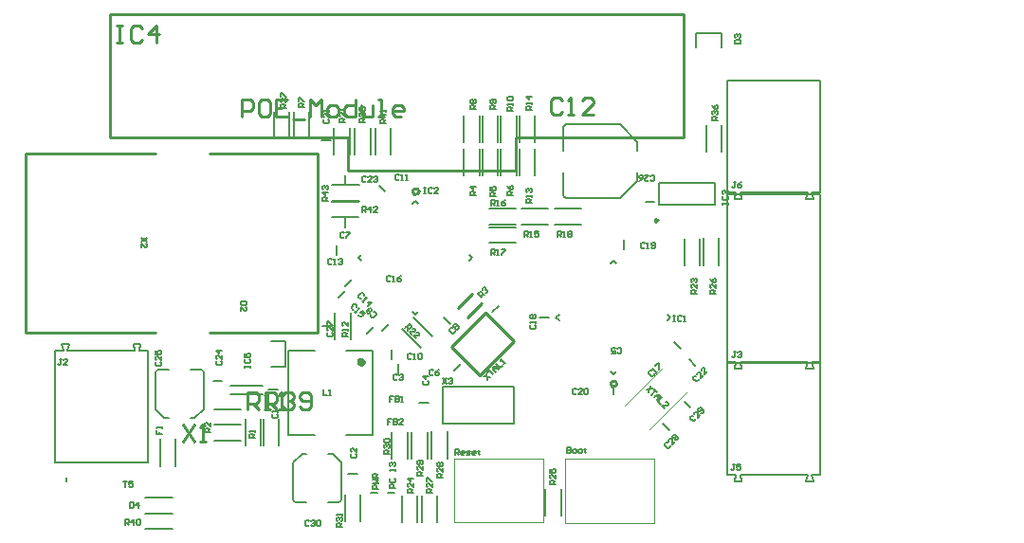
<source format=gto>
G04*
G04 #@! TF.GenerationSoftware,Altium Limited,Altium Designer,19.1.9 (167)*
G04*
G04 Layer_Color=65535*
%FSLAX25Y25*%
%MOIN*%
G70*
G01*
G75*
%ADD10C,0.00591*%
%ADD11C,0.01000*%
%ADD12C,0.00984*%
%ADD13C,0.01575*%
%ADD14C,0.00600*%
%ADD15C,0.00394*%
%ADD16C,0.00787*%
%ADD17C,0.00500*%
G36*
X335400Y99100D02*
D01*
D01*
D01*
D01*
D02*
G37*
D10*
X181931Y118989D02*
X182277Y118154D01*
X183113Y117808D01*
Y143792D02*
X182277Y143446D01*
X181931Y142611D01*
X87035Y12020D02*
X87324Y11324D01*
X88020Y11035D01*
X102980Y11035D02*
X103676Y11324D01*
X103965Y12020D01*
X55465Y56480D02*
X55176Y57176D01*
X54480Y57465D01*
X39520Y57465D02*
X38824Y57176D01*
X38535Y56480D01*
X183113Y117808D02*
X201813D01*
X181931Y119028D02*
Y126942D01*
X207916Y123910D02*
Y126942D01*
X201813Y117808D02*
X207916Y123910D01*
X201813Y143792D02*
X207916Y137690D01*
Y134658D02*
Y137690D01*
X181931Y134658D02*
Y142572D01*
X183113Y143792D02*
X201813D01*
X87035Y12020D02*
Y24815D01*
X88020Y11035D02*
X91642D01*
X90185Y27965D02*
X91642D01*
X87035Y24815D02*
X90185Y27965D01*
X100815Y27965D02*
X103965Y24815D01*
X99358Y27965D02*
X100815D01*
X99358Y11035D02*
X102980D01*
X103965Y12020D02*
Y24815D01*
X55465Y43685D02*
Y56480D01*
X50858Y57465D02*
X54480D01*
X50858Y40535D02*
X52315D01*
Y40535D02*
X55465Y43685D01*
X38535Y43685D02*
X41685Y40535D01*
Y40535D02*
X43142D01*
X39520Y57465D02*
X43142D01*
X38535Y43685D02*
Y56480D01*
D11*
X131118Y120334D02*
X130697Y121209D01*
X129751Y121424D01*
X128993Y120820D01*
Y119849D01*
X129751Y119245D01*
X130697Y119460D01*
X131118Y120334D01*
X200618Y52666D02*
X200197Y53540D01*
X199251Y53755D01*
X198493Y53151D01*
Y52180D01*
X199251Y51575D01*
X200197Y51791D01*
X200618Y52666D01*
X224350Y139289D02*
Y182596D01*
X165295Y139289D02*
X224350D01*
X165295Y127478D02*
Y139289D01*
X106240Y127478D02*
X165295D01*
X106240D02*
Y139289D01*
X22500D02*
X106240D01*
X22500D02*
Y151100D01*
Y182596D01*
X224350D01*
X-6953Y70504D02*
Y133496D01*
X-6996Y70504D02*
X38756D01*
X-6953Y133496D02*
X38756D01*
X95449Y70500D02*
Y133492D01*
X57653Y70504D02*
X95449D01*
X57653Y133496D02*
X95449D01*
X148165Y75824D02*
X153176Y80835D01*
X144824Y79165D02*
X149835Y84176D01*
X152597Y55629D02*
X164568Y67600D01*
X142575Y65651D02*
X152597Y55629D01*
X142575Y65651D02*
X154546Y77622D01*
X164568Y67600D01*
X69000Y146600D02*
Y152598D01*
X71999D01*
X72999Y151598D01*
Y149599D01*
X71999Y148599D01*
X69000D01*
X77997Y152598D02*
X75998D01*
X74998Y151598D01*
Y147600D01*
X75998Y146600D01*
X77997D01*
X78997Y147600D01*
Y151598D01*
X77997Y152598D01*
X84995D02*
X80996D01*
Y146600D01*
X84995D01*
X80996Y149599D02*
X82995D01*
X86994Y145600D02*
X90993D01*
X92992Y146600D02*
Y152598D01*
X94992Y150599D01*
X96991Y152598D01*
Y146600D01*
X99990D02*
X101989D01*
X102989Y147600D01*
Y149599D01*
X101989Y150599D01*
X99990D01*
X98990Y149599D01*
Y147600D01*
X99990Y146600D01*
X108987Y152598D02*
Y146600D01*
X105988D01*
X104988Y147600D01*
Y149599D01*
X105988Y150599D01*
X108987D01*
X110986D02*
Y147600D01*
X111986Y146600D01*
X114985D01*
Y150599D01*
X116984Y146600D02*
X118984D01*
X117984D01*
Y152598D01*
X116984D01*
X124982Y146600D02*
X122983D01*
X121983Y147600D01*
Y149599D01*
X122983Y150599D01*
X124982D01*
X125982Y149599D01*
Y148599D01*
X121983D01*
X24900Y178498D02*
X26899D01*
X25900D01*
Y172500D01*
X24900D01*
X26899D01*
X33897Y177498D02*
X32897Y178498D01*
X30898D01*
X29898Y177498D01*
Y173500D01*
X30898Y172500D01*
X32897D01*
X33897Y173500D01*
X38895Y172500D02*
Y178498D01*
X35896Y175499D01*
X39895D01*
X48100Y38298D02*
X52099Y32300D01*
Y38298D02*
X48100Y32300D01*
X54098D02*
X56097D01*
X55098D01*
Y38298D01*
X54098Y37298D01*
X77226Y43650D02*
Y49648D01*
X80225D01*
X81224Y48648D01*
Y46649D01*
X80225Y45649D01*
X77226D01*
X79225D02*
X81224Y43650D01*
X83224Y48648D02*
X84223Y49648D01*
X86223D01*
X87222Y48648D01*
Y47649D01*
X86223Y46649D01*
X85223D01*
X86223D01*
X87222Y45649D01*
Y44650D01*
X86223Y43650D01*
X84223D01*
X83224Y44650D01*
X89222D02*
X90221Y43650D01*
X92221D01*
X93220Y44650D01*
Y48648D01*
X92221Y49648D01*
X90221D01*
X89222Y48648D01*
Y47649D01*
X90221Y46649D01*
X93220D01*
X70800Y43700D02*
Y49698D01*
X73799D01*
X74799Y48698D01*
Y46699D01*
X73799Y45699D01*
X70800D01*
X72799D02*
X74799Y43700D01*
X76798D02*
X78797D01*
X77798D01*
Y49698D01*
X76798Y48698D01*
X81796Y43700D02*
X83796D01*
X82796D01*
Y49698D01*
X81796Y48698D01*
X181599Y152098D02*
X180599Y153098D01*
X178600D01*
X177600Y152098D01*
Y148100D01*
X178600Y147100D01*
X180599D01*
X181599Y148100D01*
X183598Y147100D02*
X185597D01*
X184598D01*
Y153098D01*
X183598Y152098D01*
X192595Y147100D02*
X188596D01*
X192595Y151099D01*
Y152098D01*
X191595Y153098D01*
X189596D01*
X188596Y152098D01*
D12*
X215146Y110148D02*
X214407Y110574D01*
Y109722D01*
X215146Y110148D01*
D13*
X111614Y60327D02*
X111070Y61076D01*
X110190Y60790D01*
Y59864D01*
X111070Y59578D01*
X111614Y60327D01*
D14*
X64902Y48925D02*
X76102D01*
X64902Y52075D02*
X76102D01*
X237500Y171000D02*
Y176000D01*
X228500Y171000D02*
Y176000D01*
X237500D01*
X79374Y58500D02*
X84374D01*
X79374Y67500D02*
X84374D01*
Y58500D02*
Y67500D01*
X70144Y30876D02*
Y40324D01*
X75656Y30876D02*
Y40324D01*
X82032Y30776D02*
Y40224D01*
X76520Y30776D02*
Y40224D01*
X130000Y117082D02*
X131061Y116021D01*
X149021Y95939D02*
X150082Y97000D01*
X128939Y77979D02*
X130000Y76918D01*
X109918Y97000D02*
X110979Y95939D01*
X130000Y76918D02*
X131061Y77979D01*
X149021Y98061D02*
X150082Y97000D01*
X128939Y116021D02*
X130000Y117082D01*
X109918Y97000D02*
X110979Y98061D01*
X117124Y122351D02*
X119351Y120124D01*
X35076Y12456D02*
X44524D01*
X35076Y6944D02*
X44524D01*
X198439Y56979D02*
X199500Y55918D01*
X179418Y76000D02*
X180479Y77061D01*
X199500Y96082D02*
X200561Y95021D01*
X218521Y77061D02*
X219582Y76000D01*
X198439Y95021D02*
X199500Y96082D01*
X179418Y76000D02*
X180479Y74939D01*
X199500Y55918D02*
X200561Y56979D01*
X218521Y74939D02*
X219582Y76000D01*
X100676Y116944D02*
X110124D01*
X100676Y122456D02*
X110124D01*
X100576Y116656D02*
X110024D01*
X100576Y111144D02*
X110024D01*
X115844Y133276D02*
Y142724D01*
X121356Y133276D02*
Y142724D01*
X35076Y6956D02*
X44524D01*
X35076Y1444D02*
X44524D01*
X108644Y133276D02*
Y142724D01*
X114156Y133276D02*
Y142724D01*
X80244Y138776D02*
Y148224D01*
X85756Y138776D02*
Y148224D01*
X232144Y134176D02*
Y143624D01*
X237656Y134176D02*
Y143624D01*
X105144Y4224D02*
Y13673D01*
X110656Y4224D02*
Y13673D01*
X127256Y26276D02*
Y35724D01*
X121744Y26276D02*
Y35724D01*
X134256Y26276D02*
Y35724D01*
X128744Y26276D02*
Y35724D01*
X141256Y26327D02*
Y35776D01*
X135744Y26327D02*
Y35776D01*
X132144Y3876D02*
Y13324D01*
X137656Y3876D02*
Y13324D01*
X236756Y94376D02*
Y103824D01*
X231244Y94376D02*
Y103824D01*
X181156Y6176D02*
Y15624D01*
X175644Y6176D02*
Y15624D01*
X130756Y3776D02*
Y13224D01*
X125244Y3776D02*
Y13224D01*
X224444Y94276D02*
Y103724D01*
X229956Y94276D02*
Y103724D01*
X125211Y71892D02*
X131892Y65211D01*
X129108Y75789D02*
X135789Y69108D01*
X106856Y133276D02*
Y142724D01*
X101344Y133276D02*
Y142724D01*
X178776Y114256D02*
X188224D01*
X178776Y108744D02*
X188224D01*
X155776Y107756D02*
X165224D01*
X155776Y102244D02*
X165224D01*
X155776Y114256D02*
X165224D01*
X155776Y108744D02*
X165224D01*
X167276D02*
X176724D01*
X167276Y114256D02*
X176724D01*
X172056Y137576D02*
Y147025D01*
X166544Y137576D02*
Y147025D01*
Y125976D02*
Y135425D01*
X172056Y125976D02*
Y135425D01*
X101744Y68276D02*
Y77724D01*
X107256Y68276D02*
Y77724D01*
X165556Y137476D02*
Y146925D01*
X160044Y137476D02*
Y146925D01*
X159056Y137476D02*
Y146925D01*
X153544Y137476D02*
Y146925D01*
X152556Y137576D02*
Y147025D01*
X147044Y137576D02*
Y147025D01*
X87244Y138776D02*
Y148224D01*
X92756Y138776D02*
Y148224D01*
X165556Y125925D02*
Y135373D01*
X160044Y125925D02*
Y135373D01*
X159056Y125925D02*
Y135373D01*
X153544Y125925D02*
Y135373D01*
X152556Y125976D02*
Y135425D01*
X147044Y125976D02*
Y135425D01*
X59276Y38244D02*
X68724D01*
X59276Y43756D02*
X68724D01*
X59276Y32744D02*
X68724D01*
X59276Y38256D02*
X68724D01*
X45756Y23676D02*
Y33124D01*
X40244Y23676D02*
Y33124D01*
X224486Y46413D02*
X226713Y44186D01*
X216887Y38514D02*
X219114Y36287D01*
X97425Y73001D02*
X100575D01*
X210925Y116601D02*
X214075D01*
X58925Y53448D02*
X62075D01*
X105401Y122925D02*
Y126075D01*
X226186Y61313D02*
X228413Y59086D01*
X97025Y138101D02*
X100175D01*
X199748Y49025D02*
Y52175D01*
X203400Y100025D02*
Y103175D01*
X173725Y76049D02*
X176875D01*
X220986Y67113D02*
X223213Y64886D01*
X112886Y70387D02*
X115113Y72614D01*
X102887Y82886D02*
X105114Y85113D01*
X105387Y86886D02*
X107614Y89113D01*
X102101Y98025D02*
Y101175D01*
X121500Y61425D02*
Y64575D01*
X118386Y71387D02*
X120613Y73614D01*
X139987Y75814D02*
X142214Y73587D01*
X105300Y107625D02*
Y110775D01*
X143758Y57259D02*
X145985Y59486D01*
X157086Y77787D02*
X159313Y80014D01*
X131425Y46000D02*
X134575D01*
X124001Y56425D02*
Y59575D01*
X106425Y21001D02*
X109575D01*
X78425Y50499D02*
X81575D01*
D15*
X212183Y36598D02*
X225507Y49921D01*
X203698Y45083D02*
X217021Y58407D01*
X143441Y3763D02*
Y26401D01*
Y3763D02*
X174937D01*
Y26401D01*
X143441D02*
X174937D01*
X182541Y3740D02*
Y26378D01*
Y3740D02*
X214037D01*
Y26378D01*
X182541D02*
X214037D01*
D16*
X7689Y64185D02*
X31311D01*
X3161D02*
X6114D01*
X7689D02*
X8181Y66547D01*
X5622D02*
X6114Y64185D01*
X5622Y66547D02*
X8181D01*
X32886Y64185D02*
X35839D01*
X32886D02*
X33378Y66547D01*
X30819D02*
X31311Y64185D01*
X30819Y66547D02*
X33378D01*
X3161Y24815D02*
X35839D01*
X3161D02*
Y64185D01*
X35839Y24815D02*
Y64185D01*
X215657Y115463D02*
X235343D01*
X215657Y123337D02*
X235343D01*
X215657Y115463D02*
Y123337D01*
X235343Y115463D02*
Y123337D01*
X164500Y38500D02*
Y51500D01*
X139500D02*
X164500D01*
X139500Y38500D02*
X164500D01*
X139500D02*
Y51500D01*
X114319Y14405D02*
X116681D01*
X120319D02*
X122681D01*
X105512Y64264D02*
X114764D01*
X105512Y34736D02*
X114764D01*
X85236D02*
X94488D01*
X85236Y64264D02*
X94488D01*
X114764Y34736D02*
Y64264D01*
X85236Y34736D02*
Y64264D01*
X244189Y119815D02*
X267811D01*
X269386D02*
X272339D01*
X267319Y117453D02*
X267811Y119815D01*
X269386D02*
X269878Y117453D01*
X267319D02*
X269878D01*
X239661Y119815D02*
X242614D01*
X242122Y117453D02*
X242614Y119815D01*
X244189D02*
X244681Y117453D01*
X242122D02*
X244681D01*
X239661Y159185D02*
X272339D01*
Y119815D02*
Y159185D01*
X239661Y119815D02*
Y159185D01*
X244189Y20472D02*
X267811D01*
X269386D02*
X272339D01*
X267319Y18110D02*
X267811Y20472D01*
X269386D02*
X269878Y18110D01*
X267319D02*
X269878D01*
X239661Y20472D02*
X242614D01*
X242122Y18110D02*
X242614Y20472D01*
X244189D02*
X244681Y18110D01*
X242122D02*
X244681D01*
X239661Y59842D02*
X272339D01*
Y20472D02*
Y59842D01*
X239661Y20472D02*
Y59842D01*
X244189Y60287D02*
X267811D01*
X269386D02*
X272339D01*
X267319Y57925D02*
X267811Y60287D01*
X269386D02*
X269878Y57925D01*
X267319D02*
X269878D01*
X239661Y60287D02*
X242614D01*
X242122Y57925D02*
X242614Y60287D01*
X244189D02*
X244681Y57925D01*
X242122D02*
X244681D01*
X239661Y119343D02*
X272339D01*
Y60287D02*
Y119343D01*
X239661Y60287D02*
Y119343D01*
D17*
X7400Y18200D02*
Y19533D01*
X153300Y82900D02*
X151886Y84314D01*
X152593Y85021D01*
X153064D01*
X153536Y84549D01*
X153536Y84078D01*
X152829Y83371D01*
X153300Y83842D02*
X154243D01*
X153536Y85492D02*
X153536Y85963D01*
X154007Y86434D01*
X154478D01*
X154714Y86199D01*
Y85728D01*
X154478Y85492D01*
X154714Y85728D01*
X155185D01*
X155421Y85492D01*
Y85021D01*
X154949Y84549D01*
X154478D01*
X121533Y40199D02*
X120200D01*
Y39200D01*
X120867D01*
X120200D01*
Y38200D01*
X122199Y40199D02*
Y38200D01*
X123199D01*
X123532Y38533D01*
Y38866D01*
X123199Y39200D01*
X122199D01*
X123199D01*
X123532Y39533D01*
Y39866D01*
X123199Y40199D01*
X122199D01*
X125532Y38200D02*
X124199D01*
X125532Y39533D01*
Y39866D01*
X125198Y40199D01*
X124532D01*
X124199Y39866D01*
X122233Y48299D02*
X120900D01*
Y47300D01*
X121566D01*
X120900D01*
Y46300D01*
X122899Y48299D02*
Y46300D01*
X123899D01*
X124232Y46633D01*
Y46966D01*
X123899Y47300D01*
X122899D01*
X123899D01*
X124232Y47633D01*
Y47966D01*
X123899Y48299D01*
X122899D01*
X124899Y46300D02*
X125565D01*
X125232D01*
Y48299D01*
X124899Y47966D01*
X29600Y10799D02*
Y8800D01*
X30600D01*
X30933Y9133D01*
Y10466D01*
X30600Y10799D01*
X29600D01*
X32599Y8800D02*
Y10799D01*
X31599Y9800D01*
X32932D01*
X35699Y104000D02*
X33700Y102667D01*
X35699D02*
X33700Y104000D01*
Y100668D02*
Y102001D01*
X35033Y100668D01*
X35366D01*
X35699Y101001D01*
Y101667D01*
X35366Y102001D01*
X99400Y116874D02*
X97401D01*
Y117874D01*
X97734Y118207D01*
X98400D01*
X98734Y117874D01*
Y116874D01*
Y117541D02*
X99400Y118207D01*
Y119873D02*
X97401D01*
X98400Y118874D01*
Y120207D01*
X97734Y120873D02*
X97401Y121206D01*
Y121873D01*
X97734Y122206D01*
X98067D01*
X98400Y121873D01*
Y121540D01*
Y121873D01*
X98734Y122206D01*
X99067D01*
X99400Y121873D01*
Y121206D01*
X99067Y120873D01*
X111300Y112900D02*
Y114899D01*
X112300D01*
X112633Y114566D01*
Y113900D01*
X112300Y113567D01*
X111300D01*
X111967D02*
X112633Y112900D01*
X114299D02*
Y114899D01*
X113299Y113900D01*
X114632D01*
X116632Y112900D02*
X115299D01*
X116632Y114233D01*
Y114566D01*
X116298Y114899D01*
X115632D01*
X115299Y114566D01*
X119600Y144300D02*
X117601D01*
Y145300D01*
X117934Y145633D01*
X118600D01*
X118933Y145300D01*
Y144300D01*
Y144966D02*
X119600Y145633D01*
Y147299D02*
X117601D01*
X118600Y146299D01*
Y147632D01*
X119600Y148299D02*
Y148965D01*
Y148632D01*
X117601D01*
X117934Y148299D01*
X112400Y144500D02*
X110401D01*
Y145500D01*
X110734Y145833D01*
X111400D01*
X111733Y145500D01*
Y144500D01*
Y145167D02*
X112400Y145833D01*
X110734Y146499D02*
X110401Y146833D01*
Y147499D01*
X110734Y147832D01*
X111067D01*
X111400Y147499D01*
Y147166D01*
Y147499D01*
X111733Y147832D01*
X112067D01*
X112400Y147499D01*
Y146833D01*
X112067Y146499D01*
X110734Y148499D02*
X110401Y148832D01*
Y149498D01*
X110734Y149832D01*
X111067D01*
X111400Y149498D01*
X111733Y149832D01*
X112067D01*
X112400Y149498D01*
Y148832D01*
X112067Y148499D01*
X111733D01*
X111400Y148832D01*
X111067Y148499D01*
X110734D01*
X111400Y148832D02*
Y149498D01*
X112733Y125266D02*
X112400Y125599D01*
X111733D01*
X111400Y125266D01*
Y123933D01*
X111733Y123600D01*
X112400D01*
X112733Y123933D01*
X114732Y123600D02*
X113399D01*
X114732Y124933D01*
Y125266D01*
X114399Y125599D01*
X113733D01*
X113399Y125266D01*
X115399D02*
X115732Y125599D01*
X116398D01*
X116732Y125266D01*
Y124933D01*
X116398Y124600D01*
X116065D01*
X116398D01*
X116732Y124267D01*
Y123933D01*
X116398Y123600D01*
X115732D01*
X115399Y123933D01*
X98034Y145733D02*
X97701Y145400D01*
Y144733D01*
X98034Y144400D01*
X99367D01*
X99700Y144733D01*
Y145400D01*
X99367Y145733D01*
X99700Y147732D02*
Y146399D01*
X98367Y147732D01*
X98034D01*
X97701Y147399D01*
Y146733D01*
X98034Y146399D01*
X99700Y148399D02*
Y149065D01*
Y148732D01*
X97701D01*
X98034Y148399D01*
X104933Y105666D02*
X104600Y105999D01*
X103933D01*
X103600Y105666D01*
Y104333D01*
X103933Y104000D01*
X104600D01*
X104933Y104333D01*
X105599Y105999D02*
X106932D01*
Y105666D01*
X105599Y104333D01*
Y104000D01*
X27300Y18399D02*
X28633D01*
X27966D01*
Y16400D01*
X30632Y18399D02*
X29299D01*
Y17400D01*
X29966Y17733D01*
X30299D01*
X30632Y17400D01*
Y16733D01*
X30299Y16400D01*
X29633D01*
X29299Y16733D01*
X27800Y3000D02*
Y4999D01*
X28800D01*
X29133Y4666D01*
Y4000D01*
X28800Y3666D01*
X27800D01*
X28466D02*
X29133Y3000D01*
X30799D02*
Y4999D01*
X29799Y4000D01*
X31132D01*
X31799Y4666D02*
X32132Y4999D01*
X32798D01*
X33132Y4666D01*
Y3333D01*
X32798Y3000D01*
X32132D01*
X31799Y3333D01*
Y4666D01*
X220700Y76699D02*
X221366D01*
X221033D01*
Y74700D01*
X220700D01*
X221366D01*
X223699Y76366D02*
X223366Y76699D01*
X222699D01*
X222366Y76366D01*
Y75033D01*
X222699Y74700D01*
X223366D01*
X223699Y75033D01*
X224365Y74700D02*
X225032D01*
X224699D01*
Y76699D01*
X224365Y76366D01*
X143900Y27700D02*
Y29699D01*
X144900D01*
X145233Y29366D01*
Y28700D01*
X144900Y28366D01*
X143900D01*
X144567D02*
X145233Y27700D01*
X146899D02*
X146233D01*
X145899Y28033D01*
Y28700D01*
X146233Y29033D01*
X146899D01*
X147232Y28700D01*
Y28366D01*
X145899D01*
X147899Y27700D02*
X148898D01*
X149232Y28033D01*
X148898Y28366D01*
X148232D01*
X147899Y28700D01*
X148232Y29033D01*
X149232D01*
X150898Y27700D02*
X150231D01*
X149898Y28033D01*
Y28700D01*
X150231Y29033D01*
X150898D01*
X151231Y28700D01*
Y28366D01*
X149898D01*
X152231Y29366D02*
Y29033D01*
X151897D01*
X152564D01*
X152231D01*
Y28033D01*
X152564Y27700D01*
X183100Y30099D02*
Y28100D01*
X184100D01*
X184433Y28433D01*
Y28766D01*
X184100Y29100D01*
X183100D01*
X184100D01*
X184433Y29433D01*
Y29766D01*
X184100Y30099D01*
X183100D01*
X185433Y28100D02*
X186099D01*
X186432Y28433D01*
Y29100D01*
X186099Y29433D01*
X185433D01*
X185099Y29100D01*
Y28433D01*
X185433Y28100D01*
X187432D02*
X188098D01*
X188432Y28433D01*
Y29100D01*
X188098Y29433D01*
X187432D01*
X187099Y29100D01*
Y28433D01*
X187432Y28100D01*
X189431Y29766D02*
Y29433D01*
X189098D01*
X189764D01*
X189431D01*
Y28433D01*
X189764Y28100D01*
X242433Y63899D02*
X241766D01*
X242100D01*
Y62233D01*
X241766Y61900D01*
X241433D01*
X241100Y62233D01*
X243099Y63566D02*
X243433Y63899D01*
X244099D01*
X244432Y63566D01*
Y63233D01*
X244099Y62900D01*
X243766D01*
X244099D01*
X244432Y62566D01*
Y62233D01*
X244099Y61900D01*
X243433D01*
X243099Y62233D01*
X92633Y4366D02*
X92300Y4699D01*
X91633D01*
X91300Y4366D01*
Y3033D01*
X91633Y2700D01*
X92300D01*
X92633Y3033D01*
X93299Y4366D02*
X93633Y4699D01*
X94299D01*
X94632Y4366D01*
Y4033D01*
X94299Y3700D01*
X93966D01*
X94299D01*
X94632Y3366D01*
Y3033D01*
X94299Y2700D01*
X93633D01*
X93299Y3033D01*
X95299Y4366D02*
X95632Y4699D01*
X96298D01*
X96632Y4366D01*
Y3033D01*
X96298Y2700D01*
X95632D01*
X95299Y3033D01*
Y4366D01*
X107734Y27933D02*
X107401Y27600D01*
Y26933D01*
X107734Y26600D01*
X109067D01*
X109400Y26933D01*
Y27600D01*
X109067Y27933D01*
X109400Y29932D02*
Y28599D01*
X108067Y29932D01*
X107734D01*
X107401Y29599D01*
Y28933D01*
X107734Y28599D01*
X79934Y41833D02*
X79601Y41500D01*
Y40833D01*
X79934Y40500D01*
X81267D01*
X81600Y40833D01*
Y41500D01*
X81267Y41833D01*
X81600Y42499D02*
Y43166D01*
Y42833D01*
X79601D01*
X79934Y42499D01*
X123533Y55466D02*
X123200Y55799D01*
X122533D01*
X122200Y55466D01*
Y54133D01*
X122533Y53800D01*
X123200D01*
X123533Y54133D01*
X124199Y55466D02*
X124533Y55799D01*
X125199D01*
X125532Y55466D01*
Y55133D01*
X125199Y54800D01*
X124866D01*
X125199D01*
X125532Y54466D01*
Y54133D01*
X125199Y53800D01*
X124533D01*
X124199Y54133D01*
X133034Y53433D02*
X132701Y53100D01*
Y52433D01*
X133034Y52100D01*
X134367D01*
X134700Y52433D01*
Y53100D01*
X134367Y53433D01*
X134700Y55099D02*
X132701D01*
X133700Y54099D01*
Y55432D01*
X200867Y63734D02*
X201200Y63401D01*
X201867D01*
X202200Y63734D01*
Y65067D01*
X201867Y65400D01*
X201200D01*
X200867Y65067D01*
X198868Y63401D02*
X200201D01*
Y64400D01*
X199534Y64067D01*
X199201D01*
X198868Y64400D01*
Y65067D01*
X199201Y65400D01*
X199867D01*
X200201Y65067D01*
X136405Y57339D02*
X136072Y57672D01*
X135406D01*
X135073Y57339D01*
Y56006D01*
X135406Y55673D01*
X136072D01*
X136405Y56006D01*
X138405Y57672D02*
X137738Y57339D01*
X137072Y56672D01*
Y56006D01*
X137405Y55673D01*
X138072D01*
X138405Y56006D01*
Y56339D01*
X138072Y56672D01*
X137072D01*
X142864Y72221D02*
X142393D01*
X141922Y71749D01*
X141922Y71278D01*
X142864Y70336D01*
X143336D01*
X143807Y70807D01*
X143807Y71278D01*
X143336Y72692D02*
X143336Y73163D01*
X143807Y73634D01*
X144278D01*
X144514Y73399D01*
Y72927D01*
X144985D01*
X145221Y72692D01*
Y72221D01*
X144749Y71749D01*
X144278D01*
X144043Y71985D01*
Y72456D01*
X143571D01*
X143336Y72692D01*
X144043Y72456D02*
X144514Y72927D01*
X114279Y76864D02*
Y76393D01*
X114751Y75922D01*
X115222Y75922D01*
X116164Y76864D01*
Y77336D01*
X115693Y77807D01*
X115222Y77807D01*
X114751Y78278D02*
Y78749D01*
X114279Y79221D01*
X113808D01*
X112866Y78278D01*
Y77807D01*
X113337Y77336D01*
X113808Y77336D01*
X114044Y77571D01*
Y78043D01*
X113337Y78749D01*
X128733Y62966D02*
X128400Y63299D01*
X127733D01*
X127400Y62966D01*
Y61633D01*
X127733Y61300D01*
X128400D01*
X128733Y61633D01*
X129399Y61300D02*
X130066D01*
X129733D01*
Y63299D01*
X129399Y62966D01*
X131065D02*
X131399Y63299D01*
X132065D01*
X132398Y62966D01*
Y61633D01*
X132065Y61300D01*
X131399D01*
X131065Y61633D01*
Y62966D01*
X124233Y125766D02*
X123900Y126099D01*
X123233D01*
X122900Y125766D01*
Y124433D01*
X123233Y124100D01*
X123900D01*
X124233Y124433D01*
X124899Y124100D02*
X125566D01*
X125233D01*
Y126099D01*
X124899Y125766D01*
X126566Y124100D02*
X127232D01*
X126899D01*
Y126099D01*
X126566Y125766D01*
X100433Y96166D02*
X100100Y96499D01*
X99433D01*
X99100Y96166D01*
Y94833D01*
X99433Y94500D01*
X100100D01*
X100433Y94833D01*
X101099Y94500D02*
X101766D01*
X101433D01*
Y96499D01*
X101099Y96166D01*
X102766D02*
X103099Y96499D01*
X103765D01*
X104098Y96166D01*
Y95833D01*
X103765Y95500D01*
X103432D01*
X103765D01*
X104098Y95166D01*
Y94833D01*
X103765Y94500D01*
X103099D01*
X102766Y94833D01*
X111921Y83536D02*
Y84007D01*
X111449Y84478D01*
X110978Y84478D01*
X110036Y83536D01*
Y83064D01*
X110507Y82593D01*
X110978Y82593D01*
X111214Y81886D02*
X111685Y81415D01*
X111449Y81651D01*
X112863Y83064D01*
X112392Y83064D01*
X113099Y80001D02*
X114513Y81415D01*
X113099D01*
X114041Y80472D01*
X109321Y79636D02*
Y80107D01*
X108849Y80578D01*
X108378Y80578D01*
X107436Y79636D01*
Y79164D01*
X107907Y78693D01*
X108378Y78693D01*
X108614Y77986D02*
X109085Y77515D01*
X108849Y77751D01*
X110263Y79164D01*
X109792Y79164D01*
X112148Y77279D02*
X111206Y78222D01*
X110499Y77515D01*
X111206Y77279D01*
X111441Y77044D01*
Y76573D01*
X110970Y76101D01*
X110499Y76101D01*
X110028Y76573D01*
Y77044D01*
X121333Y90166D02*
X121000Y90499D01*
X120333D01*
X120000Y90166D01*
Y88833D01*
X120333Y88500D01*
X121000D01*
X121333Y88833D01*
X121999Y88500D02*
X122666D01*
X122333D01*
Y90499D01*
X121999Y90166D01*
X124998Y90499D02*
X124332Y90166D01*
X123665Y89500D01*
Y88833D01*
X123999Y88500D01*
X124665D01*
X124998Y88833D01*
Y89166D01*
X124665Y89500D01*
X123665D01*
X212864Y57121D02*
X212393D01*
X211922Y56649D01*
X211922Y56178D01*
X212864Y55236D01*
X213336D01*
X213807Y55707D01*
X213807Y56178D01*
X214514Y56414D02*
X214985Y56885D01*
X214749Y56649D01*
X213336Y58063D01*
X213336Y57592D01*
X214278Y59006D02*
X215221Y59948D01*
X215456Y59712D01*
Y57828D01*
X215692Y57592D01*
X170634Y73233D02*
X170301Y72900D01*
Y72233D01*
X170634Y71900D01*
X171967D01*
X172300Y72233D01*
Y72900D01*
X171967Y73233D01*
X172300Y73899D02*
Y74566D01*
Y74233D01*
X170301D01*
X170634Y73899D01*
Y75565D02*
X170301Y75899D01*
Y76565D01*
X170634Y76898D01*
X170967D01*
X171300Y76565D01*
X171634Y76898D01*
X171967D01*
X172300Y76565D01*
Y75899D01*
X171967Y75565D01*
X171634D01*
X171300Y75899D01*
X170967Y75565D01*
X170634D01*
X171300Y75899D02*
Y76565D01*
X210633Y101966D02*
X210300Y102299D01*
X209633D01*
X209300Y101966D01*
Y100633D01*
X209633Y100300D01*
X210300D01*
X210633Y100633D01*
X211299Y100300D02*
X211966D01*
X211633D01*
Y102299D01*
X211299Y101966D01*
X212965Y100633D02*
X213299Y100300D01*
X213965D01*
X214298Y100633D01*
Y101966D01*
X213965Y102299D01*
X213299D01*
X212965Y101966D01*
Y101633D01*
X213299Y101300D01*
X214298D01*
X186633Y50666D02*
X186300Y50999D01*
X185633D01*
X185300Y50666D01*
Y49333D01*
X185633Y49000D01*
X186300D01*
X186633Y49333D01*
X188632Y49000D02*
X187299D01*
X188632Y50333D01*
Y50666D01*
X188299Y50999D01*
X187633D01*
X187299Y50666D01*
X189299D02*
X189632Y50999D01*
X190298D01*
X190632Y50666D01*
Y49333D01*
X190298Y49000D01*
X189632D01*
X189299Y49333D01*
Y50666D01*
X228564Y55321D02*
X228093D01*
X227622Y54849D01*
X227622Y54378D01*
X228564Y53436D01*
X229036D01*
X229507Y53907D01*
X229507Y54378D01*
X231156Y55556D02*
X230214Y54614D01*
Y56499D01*
X229978Y56734D01*
X229507D01*
X229036Y56263D01*
X229036Y55792D01*
X232570Y56970D02*
X231627Y56028D01*
Y57912D01*
X231392Y58148D01*
X230921D01*
X230449Y57677D01*
Y57206D01*
X139600Y54599D02*
X140933Y52600D01*
Y54599D02*
X139600Y52600D01*
X141599Y54266D02*
X141933Y54599D01*
X142599D01*
X142932Y54266D01*
Y53933D01*
X142599Y53600D01*
X142266D01*
X142599D01*
X142932Y53266D01*
Y52933D01*
X142599Y52600D01*
X141933D01*
X141599Y52933D01*
X60234Y60533D02*
X59901Y60200D01*
Y59533D01*
X60234Y59200D01*
X61567D01*
X61900Y59533D01*
Y60200D01*
X61567Y60533D01*
X61900Y62532D02*
Y61199D01*
X60567Y62532D01*
X60234D01*
X59901Y62199D01*
Y61533D01*
X60234Y61199D01*
X61900Y64198D02*
X59901D01*
X60900Y63199D01*
Y64532D01*
X69801Y58200D02*
Y58866D01*
Y58533D01*
X71800D01*
Y58200D01*
Y58866D01*
X70134Y61199D02*
X69801Y60866D01*
Y60199D01*
X70134Y59866D01*
X71467D01*
X71800Y60199D01*
Y60866D01*
X71467Y61199D01*
X69801Y63198D02*
Y61866D01*
X70800D01*
X70467Y62532D01*
Y62865D01*
X70800Y63198D01*
X71467D01*
X71800Y62865D01*
Y62199D01*
X71467Y61866D01*
X132800Y121699D02*
X133466D01*
X133133D01*
Y119700D01*
X132800D01*
X133466D01*
X135799Y121366D02*
X135466Y121699D01*
X134799D01*
X134466Y121366D01*
Y120033D01*
X134799Y119700D01*
X135466D01*
X135799Y120033D01*
X137798Y119700D02*
X136466D01*
X137798Y121033D01*
Y121366D01*
X137465Y121699D01*
X136799D01*
X136466Y121366D01*
X238001Y115600D02*
Y116267D01*
Y115933D01*
X240000D01*
Y115600D01*
Y116267D01*
X238334Y118599D02*
X238001Y118266D01*
Y117599D01*
X238334Y117266D01*
X239667D01*
X240000Y117599D01*
Y118266D01*
X239667Y118599D01*
X238334Y119265D02*
X238001Y119599D01*
Y120265D01*
X238334Y120598D01*
X238667D01*
X239000Y120265D01*
Y119932D01*
Y120265D01*
X239334Y120598D01*
X239667D01*
X240000Y120265D01*
Y119599D01*
X239667Y119265D01*
X122900Y15900D02*
X120901D01*
Y16900D01*
X121234Y17233D01*
X121900D01*
X122233Y16900D01*
Y15900D01*
X121234Y19232D02*
X120901Y18899D01*
Y18233D01*
X121234Y17899D01*
X122567D01*
X122900Y18233D01*
Y18899D01*
X122567Y19232D01*
X122900Y21898D02*
Y22565D01*
Y22231D01*
X120901D01*
X121234Y21898D01*
Y23564D02*
X120901Y23897D01*
Y24564D01*
X121234Y24897D01*
X121567D01*
X121900Y24564D01*
Y24231D01*
Y24564D01*
X122233Y24897D01*
X122567D01*
X122900Y24564D01*
Y23897D01*
X122567Y23564D01*
X116950Y15750D02*
X114951D01*
Y16750D01*
X115284Y17083D01*
X115950D01*
X116284Y16750D01*
Y15750D01*
X114951Y17749D02*
X116950D01*
X116284Y18416D01*
X116950Y19082D01*
X114951D01*
X116950Y19749D02*
X114951D01*
Y20748D01*
X115284Y21082D01*
X115950D01*
X116284Y20748D01*
Y19749D01*
Y20415D02*
X116950Y21082D01*
X73500Y33600D02*
X71501D01*
Y34600D01*
X71834Y34933D01*
X72500D01*
X72834Y34600D01*
Y33600D01*
Y34266D02*
X73500Y34933D01*
Y35599D02*
Y36266D01*
Y35933D01*
X71501D01*
X71834Y35599D01*
X57900Y35700D02*
X55901D01*
Y36700D01*
X56234Y37033D01*
X56900D01*
X57234Y36700D01*
Y35700D01*
Y36366D02*
X57900Y37033D01*
Y39032D02*
Y37699D01*
X56567Y39032D01*
X56234D01*
X55901Y38699D01*
Y38033D01*
X56234Y37699D01*
X151300Y119000D02*
X149301D01*
Y120000D01*
X149634Y120333D01*
X150301D01*
X150634Y120000D01*
Y119000D01*
Y119667D02*
X151300Y120333D01*
Y121999D02*
X149301D01*
X150301Y121000D01*
Y122332D01*
X158200Y118600D02*
X156201D01*
Y119600D01*
X156534Y119933D01*
X157201D01*
X157534Y119600D01*
Y118600D01*
Y119267D02*
X158200Y119933D01*
X156201Y121932D02*
Y120599D01*
X157201D01*
X156867Y121266D01*
Y121599D01*
X157201Y121932D01*
X157867D01*
X158200Y121599D01*
Y120933D01*
X157867Y120599D01*
X164100Y118900D02*
X162101D01*
Y119900D01*
X162434Y120233D01*
X163101D01*
X163434Y119900D01*
Y118900D01*
Y119567D02*
X164100Y120233D01*
X162101Y122232D02*
X162434Y121566D01*
X163101Y120899D01*
X163767D01*
X164100Y121233D01*
Y121899D01*
X163767Y122232D01*
X163434D01*
X163101Y121899D01*
Y120899D01*
X91000Y149800D02*
X89001D01*
Y150800D01*
X89334Y151133D01*
X90000D01*
X90334Y150800D01*
Y149800D01*
Y150467D02*
X91000Y151133D01*
X89001Y151799D02*
Y153132D01*
X89334D01*
X90667Y151799D01*
X91000D01*
X151300Y149200D02*
X149301D01*
Y150200D01*
X149634Y150533D01*
X150301D01*
X150634Y150200D01*
Y149200D01*
Y149867D02*
X151300Y150533D01*
X149634Y151199D02*
X149301Y151533D01*
Y152199D01*
X149634Y152532D01*
X149967D01*
X150301Y152199D01*
X150634Y152532D01*
X150967D01*
X151300Y152199D01*
Y151533D01*
X150967Y151199D01*
X150634D01*
X150301Y151533D01*
X149967Y151199D01*
X149634D01*
X150301Y151533D02*
Y152199D01*
X158200Y149200D02*
X156201D01*
Y150200D01*
X156534Y150533D01*
X157201D01*
X157534Y150200D01*
Y149200D01*
Y149867D02*
X158200Y150533D01*
X157867Y151199D02*
X158200Y151533D01*
Y152199D01*
X157867Y152532D01*
X156534D01*
X156201Y152199D01*
Y151533D01*
X156534Y151199D01*
X156867D01*
X157201Y151533D01*
Y152532D01*
X164400Y148700D02*
X162401D01*
Y149700D01*
X162734Y150033D01*
X163401D01*
X163734Y149700D01*
Y148700D01*
Y149367D02*
X164400Y150033D01*
Y150699D02*
Y151366D01*
Y151033D01*
X162401D01*
X162734Y150699D01*
Y152366D02*
X162401Y152699D01*
Y153365D01*
X162734Y153699D01*
X164067D01*
X164400Y153365D01*
Y152699D01*
X164067Y152366D01*
X162734D01*
X106200Y69200D02*
X104201D01*
Y70200D01*
X104534Y70533D01*
X105200D01*
X105534Y70200D01*
Y69200D01*
Y69866D02*
X106200Y70533D01*
Y71199D02*
Y71866D01*
Y71533D01*
X104201D01*
X104534Y71199D01*
X106200Y74198D02*
Y72865D01*
X104867Y74198D01*
X104534D01*
X104201Y73865D01*
Y73199D01*
X104534Y72865D01*
X171000Y116200D02*
X169001D01*
Y117200D01*
X169334Y117533D01*
X170001D01*
X170334Y117200D01*
Y116200D01*
Y116867D02*
X171000Y117533D01*
Y118200D02*
Y118866D01*
Y118533D01*
X169001D01*
X169334Y118200D01*
Y119866D02*
X169001Y120199D01*
Y120865D01*
X169334Y121199D01*
X169667D01*
X170001Y120865D01*
Y120532D01*
Y120865D01*
X170334Y121199D01*
X170667D01*
X171000Y120865D01*
Y120199D01*
X170667Y119866D01*
X170900Y149000D02*
X168901D01*
Y150000D01*
X169234Y150333D01*
X169901D01*
X170234Y150000D01*
Y149000D01*
Y149667D02*
X170900Y150333D01*
Y150999D02*
Y151666D01*
Y151333D01*
X168901D01*
X169234Y150999D01*
X170900Y153665D02*
X168901D01*
X169901Y152666D01*
Y153999D01*
X168300Y104300D02*
Y106299D01*
X169300D01*
X169633Y105966D01*
Y105300D01*
X169300Y104966D01*
X168300D01*
X168966D02*
X169633Y104300D01*
X170299D02*
X170966D01*
X170633D01*
Y106299D01*
X170299Y105966D01*
X173298Y106299D02*
X171966D01*
Y105300D01*
X172632Y105633D01*
X172965D01*
X173298Y105300D01*
Y104633D01*
X172965Y104300D01*
X172299D01*
X171966Y104633D01*
X156500Y115400D02*
Y117399D01*
X157500D01*
X157833Y117066D01*
Y116400D01*
X157500Y116067D01*
X156500D01*
X157167D02*
X157833Y115400D01*
X158499D02*
X159166D01*
X158833D01*
Y117399D01*
X158499Y117066D01*
X161498Y117399D02*
X160832Y117066D01*
X160166Y116400D01*
Y115733D01*
X160499Y115400D01*
X161165D01*
X161498Y115733D01*
Y116067D01*
X161165Y116400D01*
X160166D01*
X156600Y97800D02*
Y99799D01*
X157600D01*
X157933Y99466D01*
Y98800D01*
X157600Y98466D01*
X156600D01*
X157266D02*
X157933Y97800D01*
X158599D02*
X159266D01*
X158933D01*
Y99799D01*
X158599Y99466D01*
X160266Y99799D02*
X161598D01*
Y99466D01*
X160266Y98133D01*
Y97800D01*
X179800Y104300D02*
Y106299D01*
X180800D01*
X181133Y105966D01*
Y105300D01*
X180800Y104966D01*
X179800D01*
X180466D02*
X181133Y104300D01*
X181799D02*
X182466D01*
X182133D01*
Y106299D01*
X181799Y105966D01*
X183466D02*
X183799Y106299D01*
X184465D01*
X184798Y105966D01*
Y105633D01*
X184465Y105300D01*
X184798Y104966D01*
Y104633D01*
X184465Y104300D01*
X183799D01*
X183466Y104633D01*
Y104966D01*
X183799Y105300D01*
X183466Y105633D01*
Y105966D01*
X183799Y105300D02*
X184465D01*
X105200Y144700D02*
X103201D01*
Y145700D01*
X103534Y146033D01*
X104200D01*
X104534Y145700D01*
Y144700D01*
Y145367D02*
X105200Y146033D01*
Y148032D02*
Y146699D01*
X103867Y148032D01*
X103534D01*
X103201Y147699D01*
Y147033D01*
X103534Y146699D01*
X105200Y148699D02*
Y149365D01*
Y149032D01*
X103201D01*
X103534Y148699D01*
X126400Y72300D02*
X127814Y73714D01*
X128521Y73007D01*
Y72536D01*
X128049Y72064D01*
X127578Y72064D01*
X126871Y72771D01*
X127342Y72300D02*
Y71358D01*
X128756Y69944D02*
X127814Y70886D01*
X129699D01*
X129934Y71122D01*
Y71593D01*
X129463Y72064D01*
X128992Y72064D01*
X130170Y68530D02*
X129227Y69472D01*
X131113D01*
X131348Y69708D01*
Y70179D01*
X130877Y70651D01*
X130406D01*
X228800Y84300D02*
X226801D01*
Y85300D01*
X227134Y85633D01*
X227800D01*
X228134Y85300D01*
Y84300D01*
Y84966D02*
X228800Y85633D01*
Y87632D02*
Y86299D01*
X227467Y87632D01*
X227134D01*
X226801Y87299D01*
Y86633D01*
X227134Y86299D01*
Y88299D02*
X226801Y88632D01*
Y89298D01*
X227134Y89632D01*
X227467D01*
X227800Y89298D01*
Y88965D01*
Y89298D01*
X228134Y89632D01*
X228467D01*
X228800Y89298D01*
Y88632D01*
X228467Y88299D01*
X129100Y14400D02*
X127101D01*
Y15400D01*
X127434Y15733D01*
X128100D01*
X128434Y15400D01*
Y14400D01*
Y15067D02*
X129100Y15733D01*
Y17732D02*
Y16399D01*
X127767Y17732D01*
X127434D01*
X127101Y17399D01*
Y16733D01*
X127434Y16399D01*
X129100Y19398D02*
X127101D01*
X128100Y18399D01*
Y19732D01*
X179400Y17200D02*
X177401D01*
Y18200D01*
X177734Y18533D01*
X178400D01*
X178734Y18200D01*
Y17200D01*
Y17866D02*
X179400Y18533D01*
Y20532D02*
Y19199D01*
X178067Y20532D01*
X177734D01*
X177401Y20199D01*
Y19533D01*
X177734Y19199D01*
X177401Y22532D02*
Y21199D01*
X178400D01*
X178067Y21865D01*
Y22198D01*
X178400Y22532D01*
X179067D01*
X179400Y22198D01*
Y21532D01*
X179067Y21199D01*
X235700Y84300D02*
X233701D01*
Y85300D01*
X234034Y85633D01*
X234700D01*
X235034Y85300D01*
Y84300D01*
Y84966D02*
X235700Y85633D01*
Y87632D02*
Y86299D01*
X234367Y87632D01*
X234034D01*
X233701Y87299D01*
Y86633D01*
X234034Y86299D01*
X233701Y89632D02*
X234034Y88965D01*
X234700Y88299D01*
X235367D01*
X235700Y88632D01*
Y89298D01*
X235367Y89632D01*
X235034D01*
X234700Y89298D01*
Y88299D01*
X135900Y14100D02*
X133901D01*
Y15100D01*
X134234Y15433D01*
X134900D01*
X135233Y15100D01*
Y14100D01*
Y14766D02*
X135900Y15433D01*
Y17432D02*
Y16099D01*
X134567Y17432D01*
X134234D01*
X133901Y17099D01*
Y16433D01*
X134234Y16099D01*
X133901Y18099D02*
Y19432D01*
X134234D01*
X135567Y18099D01*
X135900D01*
X139700Y19700D02*
X137701D01*
Y20700D01*
X138034Y21033D01*
X138700D01*
X139033Y20700D01*
Y19700D01*
Y20367D02*
X139700Y21033D01*
Y23032D02*
Y21699D01*
X138367Y23032D01*
X138034D01*
X137701Y22699D01*
Y22033D01*
X138034Y21699D01*
Y23699D02*
X137701Y24032D01*
Y24698D01*
X138034Y25032D01*
X138367D01*
X138700Y24698D01*
X139033Y25032D01*
X139367D01*
X139700Y24698D01*
Y24032D01*
X139367Y23699D01*
X139033D01*
X138700Y24032D01*
X138367Y23699D01*
X138034D01*
X138700Y24032D02*
Y24698D01*
X132600Y20100D02*
X130601D01*
Y21100D01*
X130934Y21433D01*
X131600D01*
X131933Y21100D01*
Y20100D01*
Y20766D02*
X132600Y21433D01*
Y23432D02*
Y22099D01*
X131267Y23432D01*
X130934D01*
X130601Y23099D01*
Y22433D01*
X130934Y22099D01*
X132267Y24099D02*
X132600Y24432D01*
Y25098D01*
X132267Y25432D01*
X130934D01*
X130601Y25098D01*
Y24432D01*
X130934Y24099D01*
X131267D01*
X131600Y24432D01*
Y25432D01*
X120824Y27949D02*
X118825D01*
Y28949D01*
X119158Y29282D01*
X119825D01*
X120158Y28949D01*
Y27949D01*
Y28615D02*
X120824Y29282D01*
X119158Y29948D02*
X118825Y30281D01*
Y30948D01*
X119158Y31281D01*
X119492D01*
X119825Y30948D01*
Y30615D01*
Y30948D01*
X120158Y31281D01*
X120491D01*
X120824Y30948D01*
Y30281D01*
X120491Y29948D01*
X119158Y31947D02*
X118825Y32281D01*
Y32947D01*
X119158Y33280D01*
X120491D01*
X120824Y32947D01*
Y32281D01*
X120491Y31947D01*
X119158D01*
X104100Y2400D02*
X102101D01*
Y3400D01*
X102434Y3733D01*
X103100D01*
X103434Y3400D01*
Y2400D01*
Y3067D02*
X104100Y3733D01*
X102434Y4399D02*
X102101Y4733D01*
Y5399D01*
X102434Y5732D01*
X102767D01*
X103100Y5399D01*
Y5066D01*
Y5399D01*
X103434Y5732D01*
X103767D01*
X104100Y5399D01*
Y4733D01*
X103767Y4399D01*
X104100Y6399D02*
Y7065D01*
Y6732D01*
X102101D01*
X102434Y6399D01*
X97600Y50599D02*
Y48600D01*
X98933D01*
X99599D02*
X100266D01*
X99933D01*
Y50599D01*
X99599Y50266D01*
X70747Y81500D02*
X68748D01*
Y80500D01*
X69081Y80167D01*
X70414D01*
X70747Y80500D01*
Y81500D01*
X68748Y78168D02*
Y79501D01*
X70081Y78168D01*
X70414D01*
X70747Y78501D01*
Y79167D01*
X70414Y79501D01*
X242333Y24299D02*
X241666D01*
X242000D01*
Y22633D01*
X241666Y22300D01*
X241333D01*
X241000Y22633D01*
X244332Y24299D02*
X242999D01*
Y23300D01*
X243666Y23633D01*
X243999D01*
X244332Y23300D01*
Y22633D01*
X243999Y22300D01*
X243333D01*
X242999Y22633D01*
X5733Y61099D02*
X5066D01*
X5400D01*
Y59433D01*
X5066Y59100D01*
X4733D01*
X4400Y59433D01*
X7732Y59100D02*
X6399D01*
X7732Y60433D01*
Y60766D01*
X7399Y61099D01*
X6733D01*
X6399Y60766D01*
X242533Y123499D02*
X241866D01*
X242200D01*
Y121833D01*
X241866Y121500D01*
X241533D01*
X241200Y121833D01*
X244532Y123499D02*
X243866Y123166D01*
X243199Y122500D01*
Y121833D01*
X243533Y121500D01*
X244199D01*
X244532Y121833D01*
Y122167D01*
X244199Y122500D01*
X243199D01*
X236200Y145300D02*
X234201D01*
Y146300D01*
X234534Y146633D01*
X235200D01*
X235534Y146300D01*
Y145300D01*
Y145966D02*
X236200Y146633D01*
X234534Y147299D02*
X234201Y147633D01*
Y148299D01*
X234534Y148632D01*
X234867D01*
X235200Y148299D01*
Y147966D01*
Y148299D01*
X235534Y148632D01*
X235867D01*
X236200Y148299D01*
Y147633D01*
X235867Y147299D01*
X234201Y150632D02*
X234534Y149965D01*
X235200Y149299D01*
X235867D01*
X236200Y149632D01*
Y150298D01*
X235867Y150632D01*
X235534D01*
X235200Y150298D01*
Y149299D01*
X38934Y60133D02*
X38601Y59800D01*
Y59133D01*
X38934Y58800D01*
X40267D01*
X40600Y59133D01*
Y59800D01*
X40267Y60133D01*
X40600Y62132D02*
Y60799D01*
X39267Y62132D01*
X38934D01*
X38601Y61799D01*
Y61133D01*
X38934Y60799D01*
X38601Y64132D02*
Y62799D01*
X39600D01*
X39267Y63465D01*
Y63798D01*
X39600Y64132D01*
X40267D01*
X40600Y63798D01*
Y63132D01*
X40267Y62799D01*
X212667Y124234D02*
X213000Y123901D01*
X213667D01*
X214000Y124234D01*
Y125567D01*
X213667Y125900D01*
X213000D01*
X212667Y125567D01*
X210668Y125900D02*
X212001D01*
X210668Y124567D01*
Y124234D01*
X211001Y123901D01*
X211667D01*
X212001Y124234D01*
X208668Y123901D02*
X209335Y124234D01*
X210001Y124900D01*
Y125567D01*
X209668Y125900D01*
X209002D01*
X208668Y125567D01*
Y125233D01*
X209002Y124900D01*
X210001D01*
X99134Y70533D02*
X98801Y70200D01*
Y69533D01*
X99134Y69200D01*
X100467D01*
X100800Y69533D01*
Y70200D01*
X100467Y70533D01*
X100800Y72532D02*
Y71199D01*
X99467Y72532D01*
X99134D01*
X98801Y72199D01*
Y71533D01*
X99134Y71199D01*
X98801Y73199D02*
Y74532D01*
X99134D01*
X100467Y73199D01*
X100800D01*
X218522Y31878D02*
X218051D01*
X217579Y31407D01*
X217579Y30936D01*
X218522Y29993D01*
X218993D01*
X219464Y30464D01*
X219464Y30936D01*
X221114Y32114D02*
X220171Y31171D01*
Y33056D01*
X219936Y33292D01*
X219464D01*
X218993Y32821D01*
X218993Y32349D01*
X220407Y33763D02*
Y34234D01*
X220878Y34706D01*
X221349D01*
X221585Y34470D01*
Y33999D01*
X222056Y33999D01*
X222292Y33763D01*
X222292Y33292D01*
X221821Y32821D01*
X221349D01*
X221114Y33056D01*
Y33527D01*
X220642Y33527D01*
X220407Y33763D01*
X221114Y33527D02*
X221585Y33999D01*
X227464Y41321D02*
X226993D01*
X226522Y40849D01*
X226522Y40378D01*
X227464Y39436D01*
X227936D01*
X228407Y39907D01*
X228407Y40378D01*
X230056Y41556D02*
X229114Y40614D01*
Y42499D01*
X228878Y42734D01*
X228407D01*
X227936Y42263D01*
X227936Y41792D01*
X230292Y42263D02*
X230763D01*
X231234Y42734D01*
X231234Y43206D01*
X230292Y44148D01*
X229821D01*
X229349Y43677D01*
Y43206D01*
X229585Y42970D01*
X230056Y42970D01*
X230763Y43677D01*
X242401Y172300D02*
X244400D01*
Y173300D01*
X244067Y173633D01*
X242734D01*
X242401Y173300D01*
Y172300D01*
X242734Y174299D02*
X242401Y174633D01*
Y175299D01*
X242734Y175632D01*
X243067D01*
X243400Y175299D01*
Y174966D01*
Y175299D01*
X243734Y175632D01*
X244067D01*
X244400Y175299D01*
Y174633D01*
X244067Y174299D01*
X38901Y36233D02*
Y34900D01*
X39900D01*
Y35566D01*
Y34900D01*
X40900D01*
Y36899D02*
Y37566D01*
Y37233D01*
X38901D01*
X39234Y36899D01*
X84500Y149600D02*
X82501D01*
Y150600D01*
X82834Y150933D01*
X83500D01*
X83834Y150600D01*
Y149600D01*
Y150267D02*
X84500Y150933D01*
X82834Y151599D02*
X82501Y151933D01*
Y152599D01*
X82834Y152932D01*
X83167D01*
X83500Y152599D01*
Y152266D01*
Y152599D01*
X83834Y152932D01*
X84167D01*
X84500Y152599D01*
Y151933D01*
X84167Y151599D01*
X82501Y153599D02*
Y154932D01*
X82834D01*
X84167Y153599D01*
X84500D01*
X153986Y55314D02*
X156342Y54843D01*
X154929Y56256D02*
X155400Y53900D01*
Y56727D02*
X156342Y57670D01*
X155871Y57199D01*
X157285Y55785D01*
X158228Y56727D02*
X157285Y57670D01*
Y58613D01*
X158228D01*
X159170Y57670D01*
X158463Y58377D01*
X157521Y57434D01*
X158228Y59555D02*
X159641Y58141D01*
X160584Y59084D01*
X161055Y59555D02*
X161526Y60026D01*
X161291Y59791D01*
X159877Y61204D01*
X159877Y60733D01*
X212514Y52014D02*
X212042Y49657D01*
X213456Y51071D02*
X211100Y50600D01*
X213928D02*
X214870Y49657D01*
X214399Y50129D01*
X212985Y48715D01*
X213928Y47772D02*
X214870Y48715D01*
X215812D01*
Y47772D01*
X214870Y46830D01*
X215577Y47537D01*
X214634Y48479D01*
X216755Y47772D02*
X215341Y46359D01*
X216284Y45416D01*
X217698Y44003D02*
X216755Y44945D01*
X218640D01*
X218876Y45181D01*
Y45652D01*
X218404Y46123D01*
X217933Y46123D01*
M02*

</source>
